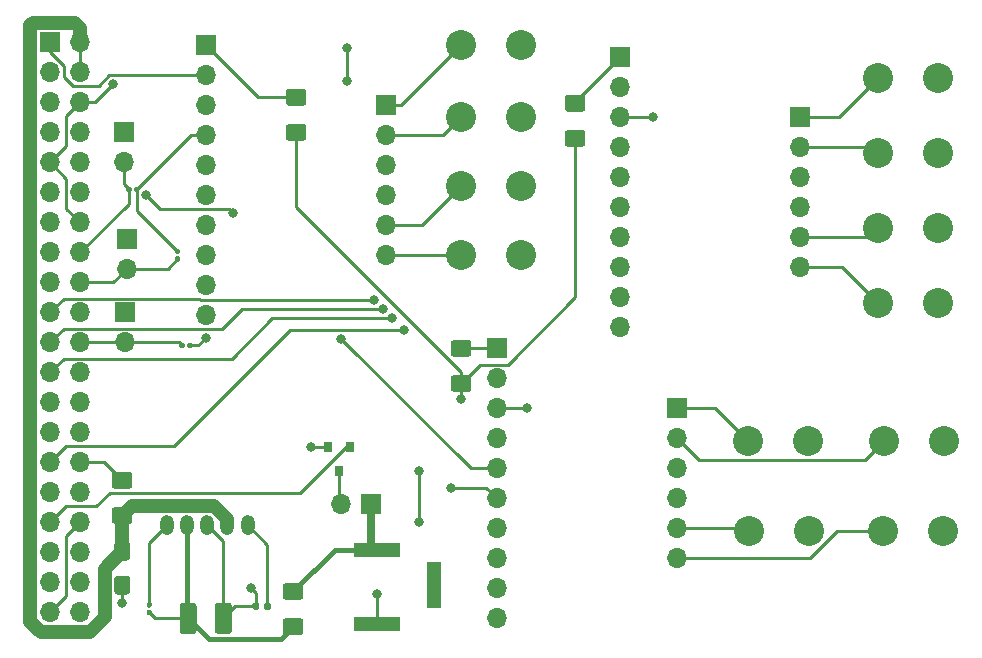
<source format=gbr>
%TF.GenerationSoftware,KiCad,Pcbnew,(5.1.6)-1*%
%TF.CreationDate,2021-04-06T11:23:55-04:00*%
%TF.ProjectId,Lithgow_DetailDesign,4c697468-676f-4775-9f44-657461696c44,2.1*%
%TF.SameCoordinates,Original*%
%TF.FileFunction,Copper,L1,Top*%
%TF.FilePolarity,Positive*%
%FSLAX46Y46*%
G04 Gerber Fmt 4.6, Leading zero omitted, Abs format (unit mm)*
G04 Created by KiCad (PCBNEW (5.1.6)-1) date 2021-04-06 11:23:55*
%MOMM*%
%LPD*%
G01*
G04 APERTURE LIST*
%TA.AperFunction,ComponentPad*%
%ADD10R,1.700000X1.700000*%
%TD*%
%TA.AperFunction,ComponentPad*%
%ADD11O,1.700000X1.700000*%
%TD*%
%TA.AperFunction,ComponentPad*%
%ADD12R,1.250000X4.000000*%
%TD*%
%TA.AperFunction,ComponentPad*%
%ADD13R,4.000000X1.250000*%
%TD*%
%TA.AperFunction,ComponentPad*%
%ADD14C,2.540000*%
%TD*%
%TA.AperFunction,SMDPad,CuDef*%
%ADD15R,0.800000X0.900000*%
%TD*%
%TA.AperFunction,ComponentPad*%
%ADD16O,1.193800X1.701800*%
%TD*%
%TA.AperFunction,ViaPad*%
%ADD17C,0.800000*%
%TD*%
%TA.AperFunction,Conductor*%
%ADD18C,0.250000*%
%TD*%
%TA.AperFunction,Conductor*%
%ADD19C,1.200000*%
%TD*%
%TA.AperFunction,Conductor*%
%ADD20C,0.700000*%
%TD*%
%TA.AperFunction,Conductor*%
%ADD21C,0.400000*%
%TD*%
G04 APERTURE END LIST*
%TO.P,R5,2*%
%TO.N,Net-(J24-Pad2)*%
%TA.AperFunction,SMDPad,CuDef*%
G36*
G01*
X143486000Y-101754000D02*
X143486000Y-101954000D01*
G75*
G02*
X143386000Y-102054000I-100000J0D01*
G01*
X143126000Y-102054000D01*
G75*
G02*
X143026000Y-101954000I0J100000D01*
G01*
X143026000Y-101754000D01*
G75*
G02*
X143126000Y-101654000I100000J0D01*
G01*
X143386000Y-101654000D01*
G75*
G02*
X143486000Y-101754000I0J-100000D01*
G01*
G37*
%TD.AperFunction*%
%TO.P,R5,1*%
%TO.N,+3V3*%
%TA.AperFunction,SMDPad,CuDef*%
G36*
G01*
X144126000Y-101754000D02*
X144126000Y-101954000D01*
G75*
G02*
X144026000Y-102054000I-100000J0D01*
G01*
X143766000Y-102054000D01*
G75*
G02*
X143666000Y-101954000I0J100000D01*
G01*
X143666000Y-101754000D01*
G75*
G02*
X143766000Y-101654000I100000J0D01*
G01*
X144026000Y-101654000D01*
G75*
G02*
X144126000Y-101754000I0J-100000D01*
G01*
G37*
%TD.AperFunction*%
%TD*%
%TO.P,R4,2*%
%TO.N,Net-(J23-Pad2)*%
%TA.AperFunction,SMDPad,CuDef*%
G36*
G01*
X142749600Y-94308800D02*
X142949600Y-94308800D01*
G75*
G02*
X143049600Y-94408800I0J-100000D01*
G01*
X143049600Y-94668800D01*
G75*
G02*
X142949600Y-94768800I-100000J0D01*
G01*
X142749600Y-94768800D01*
G75*
G02*
X142649600Y-94668800I0J100000D01*
G01*
X142649600Y-94408800D01*
G75*
G02*
X142749600Y-94308800I100000J0D01*
G01*
G37*
%TD.AperFunction*%
%TO.P,R4,1*%
%TO.N,+3V3*%
%TA.AperFunction,SMDPad,CuDef*%
G36*
G01*
X142749600Y-93668800D02*
X142949600Y-93668800D01*
G75*
G02*
X143049600Y-93768800I0J-100000D01*
G01*
X143049600Y-94028800D01*
G75*
G02*
X142949600Y-94128800I-100000J0D01*
G01*
X142749600Y-94128800D01*
G75*
G02*
X142649600Y-94028800I0J100000D01*
G01*
X142649600Y-93768800D01*
G75*
G02*
X142749600Y-93668800I100000J0D01*
G01*
G37*
%TD.AperFunction*%
%TD*%
%TO.P,R3,2*%
%TO.N,+3V3*%
%TA.AperFunction,SMDPad,CuDef*%
G36*
G01*
X139165200Y-88746000D02*
X139165200Y-88546000D01*
G75*
G02*
X139265200Y-88446000I100000J0D01*
G01*
X139525200Y-88446000D01*
G75*
G02*
X139625200Y-88546000I0J-100000D01*
G01*
X139625200Y-88746000D01*
G75*
G02*
X139525200Y-88846000I-100000J0D01*
G01*
X139265200Y-88846000D01*
G75*
G02*
X139165200Y-88746000I0J100000D01*
G01*
G37*
%TD.AperFunction*%
%TO.P,R3,1*%
%TO.N,Net-(J22-Pad2)*%
%TA.AperFunction,SMDPad,CuDef*%
G36*
G01*
X138525200Y-88746000D02*
X138525200Y-88546000D01*
G75*
G02*
X138625200Y-88446000I100000J0D01*
G01*
X138885200Y-88446000D01*
G75*
G02*
X138985200Y-88546000I0J-100000D01*
G01*
X138985200Y-88746000D01*
G75*
G02*
X138885200Y-88846000I-100000J0D01*
G01*
X138625200Y-88846000D01*
G75*
G02*
X138525200Y-88746000I0J100000D01*
G01*
G37*
%TD.AperFunction*%
%TD*%
D10*
%TO.P,J6,1*%
%TO.N,Net-(F3-Pad1)*%
X180340000Y-77470000D03*
D11*
%TO.P,J6,2*%
%TO.N,+3V3*%
X180340000Y-80010000D03*
%TO.P,J6,3*%
%TO.N,GND*%
X180340000Y-82550000D03*
%TO.P,J6,4*%
%TO.N,+3V3*%
X180340000Y-85090000D03*
%TO.P,J6,5*%
%TO.N,/BIN2B*%
X180340000Y-87630000D03*
%TO.P,J6,6*%
%TO.N,/BIN1B*%
X180340000Y-90170000D03*
%TO.P,J6,7*%
%TO.N,N/C*%
X180340000Y-92710000D03*
%TO.P,J6,8*%
%TO.N,/AIN1B*%
X180340000Y-95250000D03*
%TO.P,J6,9*%
%TO.N,/AIN2B*%
X180340000Y-97790000D03*
%TO.P,J6,10*%
%TO.N,+3V3*%
X180340000Y-100330000D03*
%TD*%
%TO.P,C2,1*%
%TO.N,+5V*%
%TA.AperFunction,SMDPad,CuDef*%
G36*
G01*
X137750999Y-118495500D02*
X138601001Y-118495500D01*
G75*
G02*
X138851000Y-118745499I0J-249999D01*
G01*
X138851000Y-119820501D01*
G75*
G02*
X138601001Y-120070500I-249999J0D01*
G01*
X137750999Y-120070500D01*
G75*
G02*
X137501000Y-119820501I0J249999D01*
G01*
X137501000Y-118745499D01*
G75*
G02*
X137750999Y-118495500I249999J0D01*
G01*
G37*
%TD.AperFunction*%
%TO.P,C2,2*%
%TO.N,GND*%
%TA.AperFunction,SMDPad,CuDef*%
G36*
G01*
X137750999Y-121370500D02*
X138601001Y-121370500D01*
G75*
G02*
X138851000Y-121620499I0J-249999D01*
G01*
X138851000Y-122695501D01*
G75*
G02*
X138601001Y-122945500I-249999J0D01*
G01*
X137750999Y-122945500D01*
G75*
G02*
X137501000Y-122695501I0J249999D01*
G01*
X137501000Y-121620499D01*
G75*
G02*
X137750999Y-121370500I249999J0D01*
G01*
G37*
%TD.AperFunction*%
%TD*%
D12*
%TO.P,J1,3*%
%TO.N,N/C*%
X164566000Y-122174000D03*
D13*
%TO.P,J1,2*%
%TO.N,GND*%
X159766000Y-125424000D03*
%TO.P,J1,1*%
%TO.N,+12V*%
X159766000Y-119174000D03*
%TD*%
%TO.P,F3,1*%
%TO.N,Net-(F3-Pad1)*%
%TA.AperFunction,SMDPad,CuDef*%
G36*
G01*
X175905000Y-80640500D02*
X177155000Y-80640500D01*
G75*
G02*
X177405000Y-80890500I0J-250000D01*
G01*
X177405000Y-81815500D01*
G75*
G02*
X177155000Y-82065500I-250000J0D01*
G01*
X175905000Y-82065500D01*
G75*
G02*
X175655000Y-81815500I0J250000D01*
G01*
X175655000Y-80890500D01*
G75*
G02*
X175905000Y-80640500I250000J0D01*
G01*
G37*
%TD.AperFunction*%
%TO.P,F3,2*%
%TO.N,+12V*%
%TA.AperFunction,SMDPad,CuDef*%
G36*
G01*
X175905000Y-83615500D02*
X177155000Y-83615500D01*
G75*
G02*
X177405000Y-83865500I0J-250000D01*
G01*
X177405000Y-84790500D01*
G75*
G02*
X177155000Y-85040500I-250000J0D01*
G01*
X175905000Y-85040500D01*
G75*
G02*
X175655000Y-84790500I0J250000D01*
G01*
X175655000Y-83865500D01*
G75*
G02*
X175905000Y-83615500I250000J0D01*
G01*
G37*
%TD.AperFunction*%
%TD*%
%TO.P,C1,2*%
%TO.N,GND*%
%TA.AperFunction,SMDPad,CuDef*%
G36*
G01*
X146026500Y-126043000D02*
X146026500Y-123893000D01*
G75*
G02*
X146276500Y-123643000I250000J0D01*
G01*
X147201500Y-123643000D01*
G75*
G02*
X147451500Y-123893000I0J-250000D01*
G01*
X147451500Y-126043000D01*
G75*
G02*
X147201500Y-126293000I-250000J0D01*
G01*
X146276500Y-126293000D01*
G75*
G02*
X146026500Y-126043000I0J250000D01*
G01*
G37*
%TD.AperFunction*%
%TO.P,C1,1*%
%TO.N,/+12V(1)*%
%TA.AperFunction,SMDPad,CuDef*%
G36*
G01*
X143051500Y-126043000D02*
X143051500Y-123893000D01*
G75*
G02*
X143301500Y-123643000I250000J0D01*
G01*
X144226500Y-123643000D01*
G75*
G02*
X144476500Y-123893000I0J-250000D01*
G01*
X144476500Y-126043000D01*
G75*
G02*
X144226500Y-126293000I-250000J0D01*
G01*
X143301500Y-126293000D01*
G75*
G02*
X143051500Y-126043000I0J250000D01*
G01*
G37*
%TD.AperFunction*%
%TD*%
%TO.P,C3,1*%
%TO.N,+5V*%
%TA.AperFunction,SMDPad,CuDef*%
G36*
G01*
X138801000Y-116971500D02*
X137551000Y-116971500D01*
G75*
G02*
X137301000Y-116721500I0J250000D01*
G01*
X137301000Y-115796500D01*
G75*
G02*
X137551000Y-115546500I250000J0D01*
G01*
X138801000Y-115546500D01*
G75*
G02*
X139051000Y-115796500I0J-250000D01*
G01*
X139051000Y-116721500D01*
G75*
G02*
X138801000Y-116971500I-250000J0D01*
G01*
G37*
%TD.AperFunction*%
%TO.P,C3,2*%
%TO.N,GND*%
%TA.AperFunction,SMDPad,CuDef*%
G36*
G01*
X138801000Y-113996500D02*
X137551000Y-113996500D01*
G75*
G02*
X137301000Y-113746500I0J250000D01*
G01*
X137301000Y-112821500D01*
G75*
G02*
X137551000Y-112571500I250000J0D01*
G01*
X138801000Y-112571500D01*
G75*
G02*
X139051000Y-112821500I0J-250000D01*
G01*
X139051000Y-113746500D01*
G75*
G02*
X138801000Y-113996500I-250000J0D01*
G01*
G37*
%TD.AperFunction*%
%TD*%
%TO.P,F1,2*%
%TO.N,+12V*%
%TA.AperFunction,SMDPad,CuDef*%
G36*
G01*
X153279000Y-123394500D02*
X152029000Y-123394500D01*
G75*
G02*
X151779000Y-123144500I0J250000D01*
G01*
X151779000Y-122219500D01*
G75*
G02*
X152029000Y-121969500I250000J0D01*
G01*
X153279000Y-121969500D01*
G75*
G02*
X153529000Y-122219500I0J-250000D01*
G01*
X153529000Y-123144500D01*
G75*
G02*
X153279000Y-123394500I-250000J0D01*
G01*
G37*
%TD.AperFunction*%
%TO.P,F1,1*%
%TO.N,/+12V(1)*%
%TA.AperFunction,SMDPad,CuDef*%
G36*
G01*
X153279000Y-126369500D02*
X152029000Y-126369500D01*
G75*
G02*
X151779000Y-126119500I0J250000D01*
G01*
X151779000Y-125194500D01*
G75*
G02*
X152029000Y-124944500I250000J0D01*
G01*
X153279000Y-124944500D01*
G75*
G02*
X153529000Y-125194500I0J-250000D01*
G01*
X153529000Y-126119500D01*
G75*
G02*
X153279000Y-126369500I-250000J0D01*
G01*
G37*
%TD.AperFunction*%
%TD*%
%TO.P,F2,2*%
%TO.N,+12V*%
%TA.AperFunction,SMDPad,CuDef*%
G36*
G01*
X152283000Y-83107500D02*
X153533000Y-83107500D01*
G75*
G02*
X153783000Y-83357500I0J-250000D01*
G01*
X153783000Y-84282500D01*
G75*
G02*
X153533000Y-84532500I-250000J0D01*
G01*
X152283000Y-84532500D01*
G75*
G02*
X152033000Y-84282500I0J250000D01*
G01*
X152033000Y-83357500D01*
G75*
G02*
X152283000Y-83107500I250000J0D01*
G01*
G37*
%TD.AperFunction*%
%TO.P,F2,1*%
%TO.N,Net-(F2-Pad1)*%
%TA.AperFunction,SMDPad,CuDef*%
G36*
G01*
X152283000Y-80132500D02*
X153533000Y-80132500D01*
G75*
G02*
X153783000Y-80382500I0J-250000D01*
G01*
X153783000Y-81307500D01*
G75*
G02*
X153533000Y-81557500I-250000J0D01*
G01*
X152283000Y-81557500D01*
G75*
G02*
X152033000Y-81307500I0J250000D01*
G01*
X152033000Y-80382500D01*
G75*
G02*
X152283000Y-80132500I250000J0D01*
G01*
G37*
%TD.AperFunction*%
%TD*%
%TO.P,F4,2*%
%TO.N,+12V*%
%TA.AperFunction,SMDPad,CuDef*%
G36*
G01*
X166253000Y-104370500D02*
X167503000Y-104370500D01*
G75*
G02*
X167753000Y-104620500I0J-250000D01*
G01*
X167753000Y-105545500D01*
G75*
G02*
X167503000Y-105795500I-250000J0D01*
G01*
X166253000Y-105795500D01*
G75*
G02*
X166003000Y-105545500I0J250000D01*
G01*
X166003000Y-104620500D01*
G75*
G02*
X166253000Y-104370500I250000J0D01*
G01*
G37*
%TD.AperFunction*%
%TO.P,F4,1*%
%TO.N,Net-(F4-Pad1)*%
%TA.AperFunction,SMDPad,CuDef*%
G36*
G01*
X166253000Y-101395500D02*
X167503000Y-101395500D01*
G75*
G02*
X167753000Y-101645500I0J-250000D01*
G01*
X167753000Y-102570500D01*
G75*
G02*
X167503000Y-102820500I-250000J0D01*
G01*
X166253000Y-102820500D01*
G75*
G02*
X166003000Y-102570500I0J250000D01*
G01*
X166003000Y-101645500D01*
G75*
G02*
X166253000Y-101395500I250000J0D01*
G01*
G37*
%TD.AperFunction*%
%TD*%
D10*
%TO.P,J2,1*%
%TO.N,+12V*%
X159258000Y-115316000D03*
D11*
%TO.P,J2,2*%
%TO.N,Net-(J2-Pad2)*%
X156718000Y-115316000D03*
%TD*%
%TO.P,J3,40*%
%TO.N,N/C*%
X134620000Y-124460000D03*
%TO.P,J3,39*%
%TO.N,GND*%
X132080000Y-124460000D03*
%TO.P,J3,38*%
%TO.N,N/C*%
X134620000Y-121920000D03*
%TO.P,J3,37*%
%TO.N,/AIN2C*%
X132080000Y-121920000D03*
%TO.P,J3,36*%
%TO.N,N/C*%
X134620000Y-119380000D03*
%TO.P,J3,35*%
%TO.N,/AIN1C*%
X132080000Y-119380000D03*
%TO.P,J3,34*%
%TO.N,GND*%
X134620000Y-116840000D03*
%TO.P,J3,33*%
%TO.N,Net-(J3-Pad33)*%
X132080000Y-116840000D03*
%TO.P,J3,32*%
%TO.N,N/C*%
X134620000Y-114300000D03*
%TO.P,J3,31*%
%TO.N,/BIN1C*%
X132080000Y-114300000D03*
%TO.P,J3,30*%
%TO.N,GND*%
X134620000Y-111760000D03*
%TO.P,J3,29*%
%TO.N,/AIN2B*%
X132080000Y-111760000D03*
%TO.P,J3,28*%
%TO.N,N/C*%
X134620000Y-109220000D03*
%TO.P,J3,27*%
X132080000Y-109220000D03*
%TO.P,J3,26*%
X134620000Y-106680000D03*
%TO.P,J3,25*%
%TO.N,GND*%
X132080000Y-106680000D03*
%TO.P,J3,24*%
%TO.N,N/C*%
X134620000Y-104140000D03*
%TO.P,J3,23*%
%TO.N,/AIN1B*%
X132080000Y-104140000D03*
%TO.P,J3,22*%
%TO.N,Net-(J24-Pad2)*%
X134620000Y-101600000D03*
%TO.P,J3,21*%
%TO.N,/BIN1B*%
X132080000Y-101600000D03*
%TO.P,J3,20*%
%TO.N,GND*%
X134620000Y-99060000D03*
%TO.P,J3,19*%
%TO.N,/BIN2B*%
X132080000Y-99060000D03*
%TO.P,J3,18*%
%TO.N,Net-(J23-Pad2)*%
X134620000Y-96520000D03*
%TO.P,J3,17*%
%TO.N,N/C*%
X132080000Y-96520000D03*
%TO.P,J3,16*%
%TO.N,Net-(J22-Pad2)*%
X134620000Y-93980000D03*
%TO.P,J3,15*%
%TO.N,/BIN2A*%
X132080000Y-93980000D03*
%TO.P,J3,14*%
%TO.N,GND*%
X134620000Y-91440000D03*
%TO.P,J3,13*%
%TO.N,/BIN1A*%
X132080000Y-91440000D03*
%TO.P,J3,12*%
%TO.N,/BIN2C*%
X134620000Y-88900000D03*
%TO.P,J3,11*%
%TO.N,/AIN2A*%
X132080000Y-88900000D03*
%TO.P,J3,10*%
%TO.N,N/C*%
X134620000Y-86360000D03*
%TO.P,J3,9*%
%TO.N,GND*%
X132080000Y-86360000D03*
%TO.P,J3,8*%
%TO.N,N/C*%
X134620000Y-83820000D03*
%TO.P,J3,7*%
%TO.N,/AIN1A*%
X132080000Y-83820000D03*
%TO.P,J3,6*%
%TO.N,GND*%
X134620000Y-81280000D03*
%TO.P,J3,5*%
%TO.N,N/C*%
X132080000Y-81280000D03*
%TO.P,J3,4*%
%TO.N,+5V*%
X134620000Y-78740000D03*
%TO.P,J3,3*%
%TO.N,N/C*%
X132080000Y-78740000D03*
%TO.P,J3,2*%
%TO.N,+5V*%
X134620000Y-76200000D03*
D10*
%TO.P,J3,1*%
%TO.N,+3V3*%
X132080000Y-76200000D03*
%TD*%
D11*
%TO.P,J4,10*%
%TO.N,+3V3*%
X145288000Y-99314000D03*
%TO.P,J4,9*%
%TO.N,/BIN2A*%
X145288000Y-96774000D03*
%TO.P,J4,8*%
%TO.N,/BIN1A*%
X145288000Y-94234000D03*
%TO.P,J4,7*%
%TO.N,N/C*%
X145288000Y-91694000D03*
%TO.P,J4,6*%
%TO.N,/AIN2A*%
X145288000Y-89154000D03*
%TO.P,J4,5*%
%TO.N,/AIN1A*%
X145288000Y-86614000D03*
%TO.P,J4,4*%
%TO.N,+3V3*%
X145288000Y-84074000D03*
%TO.P,J4,3*%
%TO.N,GND*%
X145288000Y-81534000D03*
%TO.P,J4,2*%
%TO.N,+3V3*%
X145288000Y-78994000D03*
D10*
%TO.P,J4,1*%
%TO.N,Net-(F2-Pad1)*%
X145288000Y-76454000D03*
%TD*%
%TO.P,J5,1*%
%TO.N,Net-(J13-Pad1)*%
X160528000Y-81534000D03*
D11*
%TO.P,J5,2*%
%TO.N,Net-(J12-Pad1)*%
X160528000Y-84074000D03*
%TO.P,J5,3*%
%TO.N,GND*%
X160528000Y-86614000D03*
%TO.P,J5,4*%
X160528000Y-89154000D03*
%TO.P,J5,5*%
%TO.N,Net-(J11-Pad1)*%
X160528000Y-91694000D03*
%TO.P,J5,6*%
%TO.N,Net-(J10-Pad1)*%
X160528000Y-94234000D03*
%TD*%
%TO.P,J7,6*%
%TO.N,Net-(J14-Pad1)*%
X195580000Y-95250000D03*
%TO.P,J7,5*%
%TO.N,Net-(J15-Pad1)*%
X195580000Y-92710000D03*
%TO.P,J7,4*%
%TO.N,GND*%
X195580000Y-90170000D03*
%TO.P,J7,3*%
X195580000Y-87630000D03*
%TO.P,J7,2*%
%TO.N,Net-(J16-Pad1)*%
X195580000Y-85090000D03*
D10*
%TO.P,J7,1*%
%TO.N,Net-(J17-Pad1)*%
X195580000Y-82550000D03*
%TD*%
D11*
%TO.P,J8,10*%
%TO.N,+3V3*%
X169926000Y-124968000D03*
%TO.P,J8,9*%
%TO.N,/AIN2C*%
X169926000Y-122428000D03*
%TO.P,J8,8*%
%TO.N,/AIN1C*%
X169926000Y-119888000D03*
%TO.P,J8,7*%
%TO.N,N/C*%
X169926000Y-117348000D03*
%TO.P,J8,6*%
%TO.N,/BIN1C*%
X169926000Y-114808000D03*
%TO.P,J8,5*%
%TO.N,/BIN2C*%
X169926000Y-112268000D03*
%TO.P,J8,4*%
%TO.N,+3V3*%
X169926000Y-109728000D03*
%TO.P,J8,3*%
%TO.N,GND*%
X169926000Y-107188000D03*
%TO.P,J8,2*%
%TO.N,+3V3*%
X169926000Y-104648000D03*
D10*
%TO.P,J8,1*%
%TO.N,Net-(F4-Pad1)*%
X169926000Y-102108000D03*
%TD*%
%TO.P,J9,1*%
%TO.N,Net-(J21-Pad1)*%
X185166000Y-107188000D03*
D11*
%TO.P,J9,2*%
%TO.N,Net-(J20-Pad1)*%
X185166000Y-109728000D03*
%TO.P,J9,3*%
%TO.N,GND*%
X185166000Y-112268000D03*
%TO.P,J9,4*%
X185166000Y-114808000D03*
%TO.P,J9,5*%
%TO.N,Net-(J19-Pad1)*%
X185166000Y-117348000D03*
%TO.P,J9,6*%
%TO.N,Net-(J18-Pad1)*%
X185166000Y-119888000D03*
%TD*%
D14*
%TO.P,J10,1*%
%TO.N,Net-(J10-Pad1)*%
X166878000Y-94234000D03*
%TO.P,J10,2*%
%TO.N,N/C*%
X171958000Y-94234000D03*
%TD*%
%TO.P,J11,2*%
%TO.N,N/C*%
X171958000Y-88392000D03*
%TO.P,J11,1*%
%TO.N,Net-(J11-Pad1)*%
X166878000Y-88392000D03*
%TD*%
%TO.P,J12,2*%
%TO.N,N/C*%
X171958000Y-82550000D03*
%TO.P,J12,1*%
%TO.N,Net-(J12-Pad1)*%
X166878000Y-82550000D03*
%TD*%
%TO.P,J13,1*%
%TO.N,Net-(J13-Pad1)*%
X166878000Y-76454000D03*
%TO.P,J13,2*%
%TO.N,N/C*%
X171958000Y-76454000D03*
%TD*%
%TO.P,J14,1*%
%TO.N,Net-(J14-Pad1)*%
X202184000Y-98298000D03*
%TO.P,J14,2*%
%TO.N,N/C*%
X207264000Y-98298000D03*
%TD*%
%TO.P,J15,2*%
%TO.N,N/C*%
X207264000Y-91948000D03*
%TO.P,J15,1*%
%TO.N,Net-(J15-Pad1)*%
X202184000Y-91948000D03*
%TD*%
%TO.P,J16,1*%
%TO.N,Net-(J16-Pad1)*%
X202184000Y-85598000D03*
%TO.P,J16,2*%
%TO.N,N/C*%
X207264000Y-85598000D03*
%TD*%
%TO.P,J17,2*%
%TO.N,N/C*%
X207264000Y-79248000D03*
%TO.P,J17,1*%
%TO.N,Net-(J17-Pad1)*%
X202184000Y-79248000D03*
%TD*%
%TO.P,J18,1*%
%TO.N,Net-(J18-Pad1)*%
X202628000Y-117602000D03*
%TO.P,J18,2*%
%TO.N,N/C*%
X207708000Y-117602000D03*
%TD*%
%TO.P,J19,2*%
%TO.N,N/C*%
X196342000Y-117602000D03*
%TO.P,J19,1*%
%TO.N,Net-(J19-Pad1)*%
X191262000Y-117602000D03*
%TD*%
%TO.P,J20,1*%
%TO.N,Net-(J20-Pad1)*%
X202692000Y-109982000D03*
%TO.P,J20,2*%
%TO.N,N/C*%
X207772000Y-109982000D03*
%TD*%
%TO.P,J21,2*%
%TO.N,N/C*%
X196278000Y-109982000D03*
%TO.P,J21,1*%
%TO.N,Net-(J21-Pad1)*%
X191198000Y-109982000D03*
%TD*%
D11*
%TO.P,J22,2*%
%TO.N,Net-(J22-Pad2)*%
X138311001Y-86360000D03*
D10*
%TO.P,J22,1*%
%TO.N,GND*%
X138311001Y-83820000D03*
%TD*%
D11*
%TO.P,J23,2*%
%TO.N,Net-(J23-Pad2)*%
X138582400Y-95351600D03*
D10*
%TO.P,J23,1*%
%TO.N,GND*%
X138582400Y-92811600D03*
%TD*%
%TO.P,J24,1*%
%TO.N,GND*%
X138430000Y-99060000D03*
D11*
%TO.P,J24,2*%
%TO.N,Net-(J24-Pad2)*%
X138430000Y-101600000D03*
%TD*%
D15*
%TO.P,Q1,1*%
%TO.N,Net-(J3-Pad33)*%
X157480000Y-110490000D03*
%TO.P,Q1,2*%
%TO.N,GND*%
X155580000Y-110490000D03*
%TO.P,Q1,3*%
%TO.N,Net-(J2-Pad2)*%
X156530000Y-112490000D03*
%TD*%
%TO.P,R1,2*%
%TO.N,/+12V(1)*%
%TA.AperFunction,SMDPad,CuDef*%
G36*
G01*
X140362000Y-124230000D02*
X140562000Y-124230000D01*
G75*
G02*
X140662000Y-124330000I0J-100000D01*
G01*
X140662000Y-124590000D01*
G75*
G02*
X140562000Y-124690000I-100000J0D01*
G01*
X140362000Y-124690000D01*
G75*
G02*
X140262000Y-124590000I0J100000D01*
G01*
X140262000Y-124330000D01*
G75*
G02*
X140362000Y-124230000I100000J0D01*
G01*
G37*
%TD.AperFunction*%
%TO.P,R1,1*%
%TO.N,Net-(R1-Pad1)*%
%TA.AperFunction,SMDPad,CuDef*%
G36*
G01*
X140362000Y-123590000D02*
X140562000Y-123590000D01*
G75*
G02*
X140662000Y-123690000I0J-100000D01*
G01*
X140662000Y-123950000D01*
G75*
G02*
X140562000Y-124050000I-100000J0D01*
G01*
X140362000Y-124050000D01*
G75*
G02*
X140262000Y-123950000I0J100000D01*
G01*
X140262000Y-123690000D01*
G75*
G02*
X140362000Y-123590000I100000J0D01*
G01*
G37*
%TD.AperFunction*%
%TD*%
%TO.P,R2,1*%
%TO.N,Net-(R2-Pad1)*%
%TA.AperFunction,SMDPad,CuDef*%
G36*
G01*
X150767000Y-123779500D02*
X150767000Y-124124500D01*
G75*
G02*
X150619500Y-124272000I-147500J0D01*
G01*
X150324500Y-124272000D01*
G75*
G02*
X150177000Y-124124500I0J147500D01*
G01*
X150177000Y-123779500D01*
G75*
G02*
X150324500Y-123632000I147500J0D01*
G01*
X150619500Y-123632000D01*
G75*
G02*
X150767000Y-123779500I0J-147500D01*
G01*
G37*
%TD.AperFunction*%
%TO.P,R2,2*%
%TO.N,GND*%
%TA.AperFunction,SMDPad,CuDef*%
G36*
G01*
X149797000Y-123779500D02*
X149797000Y-124124500D01*
G75*
G02*
X149649500Y-124272000I-147500J0D01*
G01*
X149354500Y-124272000D01*
G75*
G02*
X149207000Y-124124500I0J147500D01*
G01*
X149207000Y-123779500D01*
G75*
G02*
X149354500Y-123632000I147500J0D01*
G01*
X149649500Y-123632000D01*
G75*
G02*
X149797000Y-123779500I0J-147500D01*
G01*
G37*
%TD.AperFunction*%
%TD*%
D16*
%TO.P,U1,5*%
%TO.N,Net-(R2-Pad1)*%
X148793200Y-117094000D03*
%TO.P,U1,4*%
%TO.N,+5V*%
X147091400Y-117094000D03*
%TO.P,U1,3*%
%TO.N,GND*%
X145389600Y-117094000D03*
%TO.P,U1,2*%
%TO.N,/+12V(1)*%
X143687800Y-117094000D03*
%TO.P,U1,1*%
%TO.N,Net-(R1-Pad1)*%
X141986000Y-117094000D03*
%TD*%
D17*
%TO.N,GND*%
X172466000Y-107188000D03*
X183134000Y-82550000D03*
X157226000Y-76708000D03*
X157226000Y-79502000D03*
X137414000Y-79756000D03*
X138176000Y-123698000D03*
X154178000Y-110490000D03*
X163322000Y-112522000D03*
X163322000Y-116840000D03*
X159766000Y-122936000D03*
X149098000Y-122428000D03*
%TO.N,+12V*%
X166878000Y-106426000D03*
%TO.N,+3V3*%
X145237200Y-101214001D03*
%TO.N,/BIN2C*%
X156718000Y-101309000D03*
X147574000Y-90678000D03*
X140211002Y-89154000D03*
%TO.N,/AIN1B*%
X161036000Y-99568000D03*
%TO.N,/AIN2B*%
X162052000Y-100584000D03*
%TO.N,/BIN1B*%
X160274000Y-98806000D03*
%TO.N,/BIN2B*%
X159512000Y-98044000D03*
%TO.N,/BIN1C*%
X166002847Y-113895847D03*
%TD*%
D18*
%TO.N,GND*%
X169926000Y-107188000D02*
X172466000Y-107188000D01*
X180340000Y-82550000D02*
X183134000Y-82550000D01*
X133444999Y-90264999D02*
X134620000Y-91440000D01*
X133444999Y-87724999D02*
X133444999Y-90264999D01*
X132080000Y-86360000D02*
X133444999Y-87724999D01*
X157226000Y-76708000D02*
X157226000Y-79502000D01*
X134620000Y-81280000D02*
X135890000Y-81280000D01*
X135890000Y-81280000D02*
X137414000Y-79756000D01*
X133444999Y-82455001D02*
X133444999Y-84995001D01*
X133444999Y-84995001D02*
X132080000Y-86360000D01*
X134620000Y-81280000D02*
X133444999Y-82455001D01*
X136652000Y-111760000D02*
X138176000Y-113284000D01*
X134620000Y-111760000D02*
X136652000Y-111760000D01*
X138176000Y-122158000D02*
X138176000Y-123698000D01*
X155580000Y-110490000D02*
X154178000Y-110490000D01*
X163322000Y-112522000D02*
X163322000Y-116840000D01*
X159766000Y-125424000D02*
X159766000Y-122936000D01*
X146739000Y-118443400D02*
X145389600Y-117094000D01*
X146739000Y-124968000D02*
X146739000Y-118443400D01*
X147755000Y-123952000D02*
X146739000Y-124968000D01*
X149502000Y-123952000D02*
X147755000Y-123952000D01*
X149502000Y-123952000D02*
X149502000Y-122832000D01*
X149502000Y-122832000D02*
X149098000Y-122428000D01*
X133444999Y-118015001D02*
X134620000Y-116840000D01*
X133444999Y-123095001D02*
X133444999Y-118015001D01*
X132080000Y-124460000D02*
X133444999Y-123095001D01*
%TO.N,+5V*%
X134620000Y-76200000D02*
X134620000Y-78740000D01*
D19*
X145968219Y-115443090D02*
X138991910Y-115443090D01*
X138991910Y-115443090D02*
X138176000Y-116259000D01*
X147091400Y-116566271D02*
X145968219Y-115443090D01*
X147091400Y-117094000D02*
X147091400Y-116566271D01*
X138176000Y-116259000D02*
X138176000Y-119283000D01*
X135412001Y-126110001D02*
X136700990Y-124821012D01*
X131287999Y-126110001D02*
X135412001Y-126110001D01*
X136700990Y-120758010D02*
X138176000Y-119283000D01*
X130415010Y-125237012D02*
X131287999Y-126110001D01*
X130415010Y-74724988D02*
X130415010Y-125237012D01*
X130589999Y-74549999D02*
X130415010Y-74724988D01*
X134620000Y-74997919D02*
X134172080Y-74549999D01*
X136700990Y-124821012D02*
X136700990Y-120758010D01*
X134172080Y-74549999D02*
X130589999Y-74549999D01*
X134620000Y-76200000D02*
X134620000Y-74997919D01*
D18*
%TO.N,+12V*%
X166878000Y-105083000D02*
X166878000Y-104140000D01*
X152908000Y-90170000D02*
X152908000Y-83820000D01*
X166878000Y-104140000D02*
X152908000Y-90170000D01*
X168488001Y-103472999D02*
X166878000Y-105083000D01*
X170846003Y-103472999D02*
X168488001Y-103472999D01*
X176530000Y-97789002D02*
X170846003Y-103472999D01*
X176530000Y-84328000D02*
X176530000Y-97789002D01*
X166878000Y-106426000D02*
X166878000Y-105083000D01*
D20*
X159258000Y-118666000D02*
X159766000Y-119174000D01*
X159258000Y-115316000D02*
X159258000Y-118666000D01*
D21*
X156162000Y-119174000D02*
X152654000Y-122682000D01*
X159766000Y-119174000D02*
X156162000Y-119174000D01*
D18*
%TO.N,Net-(F2-Pad1)*%
X149679000Y-80845000D02*
X145288000Y-76454000D01*
X152908000Y-80845000D02*
X149679000Y-80845000D01*
%TO.N,Net-(F3-Pad1)*%
X176530000Y-81280000D02*
X180340000Y-77470000D01*
X176530000Y-81353000D02*
X176530000Y-81280000D01*
%TO.N,Net-(F4-Pad1)*%
X166878000Y-102108000D02*
X169926000Y-102108000D01*
%TO.N,Net-(J2-Pad2)*%
X156530000Y-115128000D02*
X156718000Y-115316000D01*
X156530000Y-112490000D02*
X156530000Y-115128000D01*
%TO.N,+3V3*%
X143967200Y-84074000D02*
X145288000Y-84074000D01*
X139395200Y-88646000D02*
X143967200Y-84074000D01*
X136181997Y-79915001D02*
X137102998Y-78994000D01*
X134055999Y-79915001D02*
X136181997Y-79915001D01*
X133255001Y-79114003D02*
X134055999Y-79915001D01*
X137102998Y-78994000D02*
X145288000Y-78994000D01*
X133255001Y-78175999D02*
X133255001Y-79114003D01*
X132080000Y-77000998D02*
X133255001Y-78175999D01*
X132080000Y-76200000D02*
X132080000Y-77000998D01*
X143896000Y-101854000D02*
X144597201Y-101854000D01*
X144597201Y-101854000D02*
X145237200Y-101214001D01*
X139395200Y-90444400D02*
X142849600Y-93898800D01*
X139395200Y-88646000D02*
X139395200Y-90444400D01*
%TO.N,/BIN2C*%
X169926000Y-112268000D02*
X167677000Y-112268000D01*
X167677000Y-112268000D02*
X156718000Y-101309000D01*
X147574000Y-90678000D02*
X147225001Y-90329001D01*
X141386003Y-90329001D02*
X140211002Y-89154000D01*
X147225001Y-90329001D02*
X141386003Y-90329001D01*
%TO.N,Net-(J22-Pad2)*%
X138311001Y-88201801D02*
X138755200Y-88646000D01*
X138311001Y-86360000D02*
X138311001Y-88201801D01*
X138755200Y-89844800D02*
X134620000Y-93980000D01*
X138755200Y-88646000D02*
X138755200Y-89844800D01*
%TO.N,Net-(J23-Pad2)*%
X137414000Y-96520000D02*
X138582400Y-95351600D01*
X134620000Y-96520000D02*
X137414000Y-96520000D01*
X142036800Y-95351600D02*
X142849600Y-94538800D01*
X138582400Y-95351600D02*
X142036800Y-95351600D01*
%TO.N,/AIN1B*%
X133255001Y-102964999D02*
X147479001Y-102964999D01*
X132080000Y-104140000D02*
X133255001Y-102964999D01*
X147479001Y-102964999D02*
X150876000Y-99568000D01*
X150876000Y-99568000D02*
X161036000Y-99568000D01*
%TO.N,/AIN2B*%
X133444999Y-110395001D02*
X142588999Y-110395001D01*
X132080000Y-111760000D02*
X133444999Y-110395001D01*
X142588999Y-110395001D02*
X152400000Y-100584000D01*
X152400000Y-100584000D02*
X162052000Y-100584000D01*
%TO.N,Net-(J24-Pad2)*%
X138430000Y-101600000D02*
X134620000Y-101600000D01*
X143002000Y-101600000D02*
X143256000Y-101854000D01*
X138430000Y-101600000D02*
X143002000Y-101600000D01*
%TO.N,/BIN1B*%
X144723999Y-100489001D02*
X146652999Y-100489001D01*
X144659997Y-100424999D02*
X144723999Y-100489001D01*
X132080000Y-101600000D02*
X133255001Y-100424999D01*
X133255001Y-100424999D02*
X144659997Y-100424999D01*
X146652999Y-100489001D02*
X148336000Y-98806000D01*
X148336000Y-98806000D02*
X159766000Y-98806000D01*
X159766000Y-98806000D02*
X160274000Y-98806000D01*
%TO.N,/BIN2B*%
X144659997Y-97884999D02*
X144818998Y-98044000D01*
X144818998Y-98044000D02*
X159512000Y-98044000D01*
X132080000Y-99060000D02*
X133255001Y-97884999D01*
X133255001Y-97884999D02*
X144659997Y-97884999D01*
%TO.N,Net-(J3-Pad33)*%
X133444999Y-115475001D02*
X135984999Y-115475001D01*
X132080000Y-116840000D02*
X133444999Y-115475001D01*
X157094998Y-110490000D02*
X157480000Y-110490000D01*
X153263488Y-114321510D02*
X157094998Y-110490000D01*
X137138490Y-114321510D02*
X153263488Y-114321510D01*
X135984999Y-115475001D02*
X137138490Y-114321510D01*
%TO.N,/BIN1C*%
X169013847Y-113895847D02*
X169926000Y-114808000D01*
X166002847Y-113895847D02*
X169013847Y-113895847D01*
%TO.N,Net-(J13-Pad1)*%
X161798000Y-81534000D02*
X166878000Y-76454000D01*
X160528000Y-81534000D02*
X161798000Y-81534000D01*
%TO.N,Net-(J12-Pad1)*%
X165354000Y-84074000D02*
X166878000Y-82550000D01*
X160528000Y-84074000D02*
X165354000Y-84074000D01*
%TO.N,Net-(J11-Pad1)*%
X163576000Y-91694000D02*
X166878000Y-88392000D01*
X160528000Y-91694000D02*
X163576000Y-91694000D01*
%TO.N,Net-(J10-Pad1)*%
X160528000Y-94234000D02*
X166878000Y-94234000D01*
%TO.N,Net-(J14-Pad1)*%
X199136000Y-95250000D02*
X202184000Y-98298000D01*
X195580000Y-95250000D02*
X199136000Y-95250000D01*
%TO.N,Net-(J15-Pad1)*%
X201422000Y-92710000D02*
X202184000Y-91948000D01*
X195580000Y-92710000D02*
X201422000Y-92710000D01*
%TO.N,Net-(J16-Pad1)*%
X201676000Y-85090000D02*
X202184000Y-85598000D01*
X195580000Y-85090000D02*
X201676000Y-85090000D01*
%TO.N,Net-(J17-Pad1)*%
X198882000Y-82550000D02*
X202184000Y-79248000D01*
X195580000Y-82550000D02*
X198882000Y-82550000D01*
%TO.N,Net-(J21-Pad1)*%
X188404000Y-107188000D02*
X191198000Y-109982000D01*
X185166000Y-107188000D02*
X188404000Y-107188000D01*
%TO.N,Net-(J20-Pad1)*%
X201096999Y-111577001D02*
X202692000Y-109982000D01*
X187015001Y-111577001D02*
X201096999Y-111577001D01*
X185166000Y-109728000D02*
X187015001Y-111577001D01*
%TO.N,Net-(J19-Pad1)*%
X191008000Y-117348000D02*
X191262000Y-117602000D01*
X185166000Y-117348000D02*
X191008000Y-117348000D01*
%TO.N,Net-(J18-Pad1)*%
X198702602Y-117602000D02*
X202628000Y-117602000D01*
X196416602Y-119888000D02*
X198702602Y-117602000D01*
X185166000Y-119888000D02*
X196416602Y-119888000D01*
%TO.N,Net-(R1-Pad1)*%
X140462000Y-118618000D02*
X141986000Y-117094000D01*
X140462000Y-123820000D02*
X140462000Y-118618000D01*
%TO.N,Net-(R2-Pad1)*%
X150472000Y-118772800D02*
X148793200Y-117094000D01*
X150472000Y-123952000D02*
X150472000Y-118772800D01*
%TO.N,/+12V(1)*%
X140970000Y-124968000D02*
X140462000Y-124460000D01*
X143764000Y-124968000D02*
X140970000Y-124968000D01*
D21*
X145489010Y-126693010D02*
X143764000Y-124968000D01*
X151617990Y-126693010D02*
X145489010Y-126693010D01*
X152654000Y-125657000D02*
X151617990Y-126693010D01*
X143687800Y-124891800D02*
X143764000Y-124968000D01*
X143687800Y-117094000D02*
X143687800Y-124891800D01*
%TD*%
M02*

</source>
